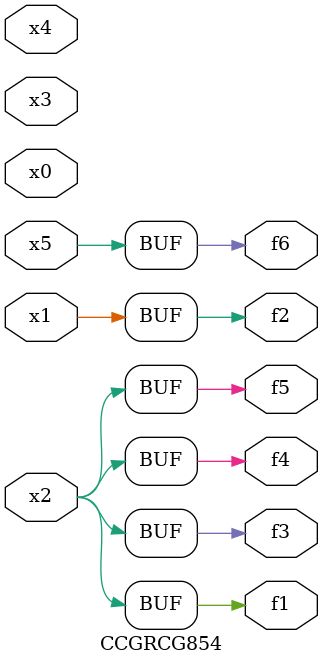
<source format=v>
module CCGRCG854(
	input x0, x1, x2, x3, x4, x5,
	output f1, f2, f3, f4, f5, f6
);
	assign f1 = x2;
	assign f2 = x1;
	assign f3 = x2;
	assign f4 = x2;
	assign f5 = x2;
	assign f6 = x5;
endmodule

</source>
